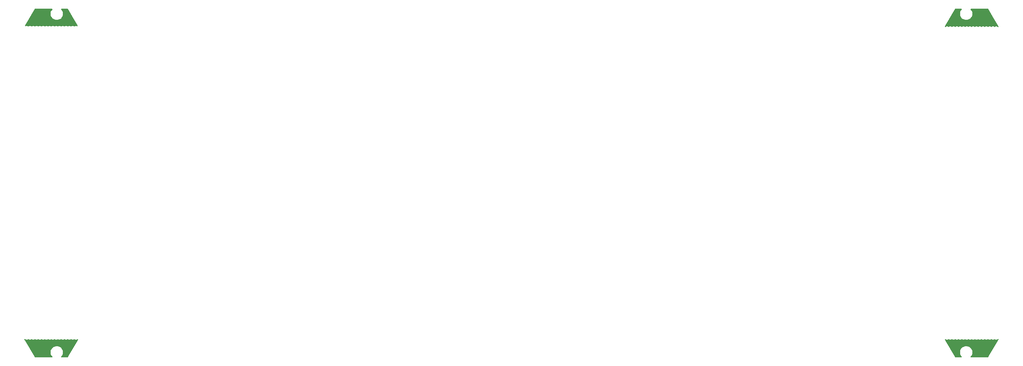
<source format=gbr>
%TF.GenerationSoftware,KiCad,Pcbnew,7.0.1*%
%TF.CreationDate,2023-07-24T13:20:30-05:00*%
%TF.ProjectId,Asymptote_Campitrayhulliander_Plate,4173796d-7074-46f7-9465-5f43616d7069,rev?*%
%TF.SameCoordinates,Original*%
%TF.FileFunction,Copper,L2,Bot*%
%TF.FilePolarity,Positive*%
%FSLAX46Y46*%
G04 Gerber Fmt 4.6, Leading zero omitted, Abs format (unit mm)*
G04 Created by KiCad (PCBNEW 7.0.1) date 2023-07-24 13:20:30*
%MOMM*%
%LPD*%
G01*
G04 APERTURE LIST*
G04 APERTURE END LIST*
%TA.AperFunction,NonConductor*%
G36*
X30433097Y-141149934D02*
G01*
X30539820Y-141242409D01*
X30670737Y-141302198D01*
X30777396Y-141317533D01*
X30848994Y-141317533D01*
X30955652Y-141302198D01*
X30967257Y-141296898D01*
X31086568Y-141242410D01*
X31131992Y-141203049D01*
X31183961Y-141176257D01*
X31242429Y-141176257D01*
X31294397Y-141203049D01*
X31296505Y-141204876D01*
X31339820Y-141242409D01*
X31470737Y-141302198D01*
X31577396Y-141317533D01*
X31648994Y-141317533D01*
X31755652Y-141302198D01*
X31767257Y-141296898D01*
X31886568Y-141242410D01*
X31931992Y-141203049D01*
X31983961Y-141176257D01*
X32042429Y-141176257D01*
X32094397Y-141203049D01*
X32096505Y-141204876D01*
X32139820Y-141242409D01*
X32270737Y-141302198D01*
X32377396Y-141317533D01*
X32448994Y-141317533D01*
X32555652Y-141302198D01*
X32567257Y-141296898D01*
X32686568Y-141242410D01*
X32731992Y-141203049D01*
X32783961Y-141176257D01*
X32842429Y-141176257D01*
X32894397Y-141203049D01*
X32896505Y-141204876D01*
X32939820Y-141242409D01*
X33070737Y-141302198D01*
X33177396Y-141317533D01*
X33248994Y-141317533D01*
X33355652Y-141302198D01*
X33367257Y-141296898D01*
X33486568Y-141242410D01*
X33531992Y-141203049D01*
X33583961Y-141176257D01*
X33642429Y-141176257D01*
X33694397Y-141203049D01*
X33696505Y-141204876D01*
X33739820Y-141242409D01*
X33870737Y-141302198D01*
X33977396Y-141317533D01*
X34048994Y-141317533D01*
X34155652Y-141302198D01*
X34167257Y-141296898D01*
X34286568Y-141242410D01*
X34331992Y-141203049D01*
X34383961Y-141176257D01*
X34442429Y-141176257D01*
X34494397Y-141203049D01*
X34496505Y-141204876D01*
X34539820Y-141242409D01*
X34670737Y-141302198D01*
X34777396Y-141317533D01*
X34848994Y-141317533D01*
X34955652Y-141302198D01*
X34967257Y-141296898D01*
X35086568Y-141242410D01*
X35131992Y-141203049D01*
X35183961Y-141176257D01*
X35242429Y-141176257D01*
X35294397Y-141203049D01*
X35296505Y-141204876D01*
X35339820Y-141242409D01*
X35470737Y-141302198D01*
X35577396Y-141317533D01*
X35648994Y-141317533D01*
X35755652Y-141302198D01*
X35767257Y-141296898D01*
X35886568Y-141242410D01*
X35931992Y-141203049D01*
X35983961Y-141176257D01*
X36042429Y-141176257D01*
X36094397Y-141203049D01*
X36096505Y-141204876D01*
X36139820Y-141242409D01*
X36270737Y-141302198D01*
X36377396Y-141317533D01*
X36448994Y-141317533D01*
X36555652Y-141302198D01*
X36567257Y-141296898D01*
X36686568Y-141242410D01*
X36731992Y-141203049D01*
X36783961Y-141176257D01*
X36842429Y-141176257D01*
X36894397Y-141203049D01*
X36896505Y-141204876D01*
X36939820Y-141242409D01*
X37070737Y-141302198D01*
X37177396Y-141317533D01*
X37248994Y-141317533D01*
X37355652Y-141302198D01*
X37367257Y-141296898D01*
X37486568Y-141242410D01*
X37531992Y-141203049D01*
X37583961Y-141176257D01*
X37642429Y-141176257D01*
X37694397Y-141203049D01*
X37696505Y-141204876D01*
X37739820Y-141242409D01*
X37870737Y-141302198D01*
X37977396Y-141317533D01*
X38048994Y-141317533D01*
X38155652Y-141302198D01*
X38167257Y-141296898D01*
X38286568Y-141242410D01*
X38331992Y-141203049D01*
X38383961Y-141176257D01*
X38442429Y-141176257D01*
X38494397Y-141203049D01*
X38496505Y-141204876D01*
X38539820Y-141242409D01*
X38670737Y-141302198D01*
X38777396Y-141317533D01*
X38848994Y-141317533D01*
X38955652Y-141302198D01*
X38967257Y-141296898D01*
X39086568Y-141242410D01*
X39131992Y-141203049D01*
X39183961Y-141176257D01*
X39242429Y-141176257D01*
X39294397Y-141203049D01*
X39296505Y-141204876D01*
X39339820Y-141242409D01*
X39470737Y-141302198D01*
X39577396Y-141317533D01*
X39648994Y-141317533D01*
X39755652Y-141302198D01*
X39767257Y-141296898D01*
X39886568Y-141242410D01*
X39931992Y-141203049D01*
X39983961Y-141176257D01*
X40042429Y-141176257D01*
X40094397Y-141203049D01*
X40096505Y-141204876D01*
X40139820Y-141242409D01*
X40270737Y-141302198D01*
X40377396Y-141317533D01*
X40448994Y-141317533D01*
X40555652Y-141302198D01*
X40567257Y-141296898D01*
X40686568Y-141242410D01*
X40731992Y-141203049D01*
X40783961Y-141176257D01*
X40842429Y-141176257D01*
X40894397Y-141203049D01*
X40896505Y-141204876D01*
X40939820Y-141242409D01*
X41070737Y-141302198D01*
X41177396Y-141317533D01*
X41248994Y-141317533D01*
X41355652Y-141302198D01*
X41367257Y-141296898D01*
X41486568Y-141242410D01*
X41531992Y-141203049D01*
X41583961Y-141176257D01*
X41642429Y-141176257D01*
X41694397Y-141203049D01*
X41696505Y-141204876D01*
X41739820Y-141242409D01*
X41870737Y-141302198D01*
X41977396Y-141317533D01*
X42048994Y-141317533D01*
X42155652Y-141302198D01*
X42167257Y-141296898D01*
X42286568Y-141242410D01*
X42331992Y-141203049D01*
X42383961Y-141176257D01*
X42442429Y-141176257D01*
X42494397Y-141203049D01*
X42496505Y-141204876D01*
X42539820Y-141242409D01*
X42670737Y-141302198D01*
X42777396Y-141317533D01*
X42848994Y-141317533D01*
X42955652Y-141302198D01*
X42967257Y-141296898D01*
X43086568Y-141242410D01*
X43130872Y-141204021D01*
X43153409Y-141184493D01*
X43207053Y-141157307D01*
X43267179Y-141158559D01*
X43319645Y-141187955D01*
X43352109Y-141238580D01*
X43356935Y-141298526D01*
X43332987Y-141353692D01*
X43216924Y-141504950D01*
X43153422Y-141614936D01*
X43153412Y-141614955D01*
X43151366Y-141618499D01*
X41073619Y-145217264D01*
X40877905Y-145556250D01*
X40832518Y-145601637D01*
X40770518Y-145618250D01*
X39339644Y-145618250D01*
X39273982Y-145599438D01*
X39228244Y-145548710D01*
X39216306Y-145481458D01*
X39241791Y-145418088D01*
X39398098Y-145217264D01*
X39398097Y-145217264D01*
X39398102Y-145217259D01*
X39516456Y-144998560D01*
X39597199Y-144763364D01*
X39638128Y-144518085D01*
X39638128Y-144269415D01*
X39597199Y-144024136D01*
X39516456Y-143788940D01*
X39398102Y-143570241D01*
X39398099Y-143570237D01*
X39398098Y-143570235D01*
X39245368Y-143374009D01*
X39245366Y-143374006D01*
X39062413Y-143205586D01*
X38854235Y-143069577D01*
X38854232Y-143069575D01*
X38729151Y-143014710D01*
X38626509Y-142969687D01*
X38385449Y-142908642D01*
X38385447Y-142908641D01*
X38385444Y-142908641D01*
X38199701Y-142893250D01*
X38199695Y-142893250D01*
X38075561Y-142893250D01*
X38075555Y-142893250D01*
X37889811Y-142908641D01*
X37889807Y-142908641D01*
X37889807Y-142908642D01*
X37648747Y-142969687D01*
X37648744Y-142969688D01*
X37648745Y-142969688D01*
X37421023Y-143069575D01*
X37282235Y-143160249D01*
X37212843Y-143205586D01*
X37212841Y-143205587D01*
X37212842Y-143205587D01*
X37029887Y-143374009D01*
X36877157Y-143570235D01*
X36758798Y-143788944D01*
X36678057Y-144024134D01*
X36678057Y-144024136D01*
X36637128Y-144269415D01*
X36637128Y-144518085D01*
X36678057Y-144763364D01*
X36758800Y-144998560D01*
X36877154Y-145217259D01*
X36877157Y-145217264D01*
X37033465Y-145418088D01*
X37058950Y-145481458D01*
X37047012Y-145548710D01*
X37001274Y-145599438D01*
X36935612Y-145618250D01*
X32842481Y-145618250D01*
X32780481Y-145601637D01*
X32735094Y-145556250D01*
X32652674Y-145413494D01*
X30488418Y-141664890D01*
X30488392Y-141664810D01*
X30461605Y-141618414D01*
X30396090Y-141504937D01*
X30253518Y-141319131D01*
X30229571Y-141263967D01*
X30234397Y-141204021D01*
X30266861Y-141153397D01*
X30319326Y-141124001D01*
X30379453Y-141122748D01*
X30433097Y-141149934D01*
G37*
%TD.AperFunction*%
%TA.AperFunction,NonConductor*%
G36*
X37001018Y-60488062D02*
G01*
X37046756Y-60538790D01*
X37058694Y-60606042D01*
X37033209Y-60669412D01*
X36876901Y-60870235D01*
X36758542Y-61088944D01*
X36677801Y-61324134D01*
X36677801Y-61324136D01*
X36636872Y-61569415D01*
X36636872Y-61818085D01*
X36677801Y-62063364D01*
X36758544Y-62298560D01*
X36876898Y-62517259D01*
X36876901Y-62517264D01*
X37012408Y-62691362D01*
X37029634Y-62713494D01*
X37212587Y-62881914D01*
X37420765Y-63017923D01*
X37648491Y-63117813D01*
X37889551Y-63178858D01*
X37963852Y-63185014D01*
X38075299Y-63194250D01*
X38075305Y-63194250D01*
X38199439Y-63194250D01*
X38199445Y-63194250D01*
X38300759Y-63185854D01*
X38385193Y-63178858D01*
X38626253Y-63117813D01*
X38853979Y-63017923D01*
X39062157Y-62881914D01*
X39245110Y-62713494D01*
X39397846Y-62517259D01*
X39516200Y-62298560D01*
X39596943Y-62063364D01*
X39637872Y-61818085D01*
X39637872Y-61569415D01*
X39596943Y-61324136D01*
X39516200Y-61088940D01*
X39397846Y-60870241D01*
X39397843Y-60870237D01*
X39397842Y-60870235D01*
X39241535Y-60669412D01*
X39216050Y-60606042D01*
X39227988Y-60538790D01*
X39273726Y-60488062D01*
X39339388Y-60469250D01*
X40770518Y-60469250D01*
X40832518Y-60485863D01*
X40877904Y-60531249D01*
X42235060Y-62881912D01*
X43125980Y-64425032D01*
X43126008Y-64425115D01*
X43197157Y-64548350D01*
X43213747Y-64607989D01*
X43199438Y-64668216D01*
X43157798Y-64714022D01*
X43099203Y-64733990D01*
X43038257Y-64723143D01*
X42955396Y-64685301D01*
X42848738Y-64669967D01*
X42777140Y-64669967D01*
X42670481Y-64685301D01*
X42539564Y-64745090D01*
X42494141Y-64784450D01*
X42442173Y-64811242D01*
X42383705Y-64811242D01*
X42331737Y-64784450D01*
X42286313Y-64745090D01*
X42155396Y-64685301D01*
X42048738Y-64669967D01*
X41977140Y-64669967D01*
X41870481Y-64685301D01*
X41739564Y-64745090D01*
X41694141Y-64784450D01*
X41642173Y-64811242D01*
X41583705Y-64811242D01*
X41531737Y-64784450D01*
X41486313Y-64745090D01*
X41355396Y-64685301D01*
X41248738Y-64669967D01*
X41177140Y-64669967D01*
X41070481Y-64685301D01*
X40939564Y-64745090D01*
X40894141Y-64784450D01*
X40842173Y-64811242D01*
X40783705Y-64811242D01*
X40731737Y-64784450D01*
X40686313Y-64745090D01*
X40555396Y-64685301D01*
X40448738Y-64669967D01*
X40377140Y-64669967D01*
X40270481Y-64685301D01*
X40139564Y-64745090D01*
X40094141Y-64784450D01*
X40042173Y-64811242D01*
X39983705Y-64811242D01*
X39931737Y-64784450D01*
X39886313Y-64745090D01*
X39755396Y-64685301D01*
X39648738Y-64669967D01*
X39577140Y-64669967D01*
X39470481Y-64685301D01*
X39339564Y-64745090D01*
X39294141Y-64784450D01*
X39242173Y-64811242D01*
X39183705Y-64811242D01*
X39131737Y-64784450D01*
X39086313Y-64745090D01*
X38955396Y-64685301D01*
X38848738Y-64669967D01*
X38777140Y-64669967D01*
X38670481Y-64685301D01*
X38539564Y-64745090D01*
X38494141Y-64784450D01*
X38442173Y-64811242D01*
X38383705Y-64811242D01*
X38331737Y-64784450D01*
X38286313Y-64745090D01*
X38155396Y-64685301D01*
X38048738Y-64669967D01*
X37977140Y-64669967D01*
X37870481Y-64685301D01*
X37739564Y-64745090D01*
X37694141Y-64784450D01*
X37642173Y-64811242D01*
X37583705Y-64811242D01*
X37531737Y-64784450D01*
X37486313Y-64745090D01*
X37355396Y-64685301D01*
X37248738Y-64669967D01*
X37177140Y-64669967D01*
X37070481Y-64685301D01*
X36939564Y-64745090D01*
X36894141Y-64784450D01*
X36842173Y-64811242D01*
X36783705Y-64811242D01*
X36731737Y-64784450D01*
X36686313Y-64745090D01*
X36555396Y-64685301D01*
X36448738Y-64669967D01*
X36377140Y-64669967D01*
X36270481Y-64685301D01*
X36139564Y-64745090D01*
X36094141Y-64784450D01*
X36042173Y-64811242D01*
X35983705Y-64811242D01*
X35931737Y-64784450D01*
X35886313Y-64745090D01*
X35755396Y-64685301D01*
X35648738Y-64669967D01*
X35577140Y-64669967D01*
X35470481Y-64685301D01*
X35339564Y-64745090D01*
X35294141Y-64784450D01*
X35242173Y-64811242D01*
X35183705Y-64811242D01*
X35131737Y-64784450D01*
X35086313Y-64745090D01*
X34955396Y-64685301D01*
X34848738Y-64669967D01*
X34777140Y-64669967D01*
X34670481Y-64685301D01*
X34539564Y-64745090D01*
X34494141Y-64784450D01*
X34442173Y-64811242D01*
X34383705Y-64811242D01*
X34331737Y-64784450D01*
X34286313Y-64745090D01*
X34155396Y-64685301D01*
X34048738Y-64669967D01*
X33977140Y-64669967D01*
X33870481Y-64685301D01*
X33739564Y-64745090D01*
X33694141Y-64784450D01*
X33642173Y-64811242D01*
X33583705Y-64811242D01*
X33531737Y-64784450D01*
X33486313Y-64745090D01*
X33355396Y-64685301D01*
X33248738Y-64669967D01*
X33177140Y-64669967D01*
X33070481Y-64685301D01*
X32939564Y-64745090D01*
X32894141Y-64784450D01*
X32842173Y-64811242D01*
X32783705Y-64811242D01*
X32731737Y-64784450D01*
X32686313Y-64745090D01*
X32555396Y-64685301D01*
X32448738Y-64669967D01*
X32377140Y-64669967D01*
X32270481Y-64685301D01*
X32139564Y-64745090D01*
X32094141Y-64784450D01*
X32042173Y-64811242D01*
X31983705Y-64811242D01*
X31931737Y-64784450D01*
X31886313Y-64745090D01*
X31755396Y-64685301D01*
X31648738Y-64669967D01*
X31577140Y-64669967D01*
X31470481Y-64685301D01*
X31339564Y-64745090D01*
X31294141Y-64784450D01*
X31242173Y-64811242D01*
X31183705Y-64811242D01*
X31131737Y-64784450D01*
X31086313Y-64745090D01*
X30955396Y-64685301D01*
X30848738Y-64669967D01*
X30777140Y-64669967D01*
X30670482Y-64685301D01*
X30570099Y-64731145D01*
X30509153Y-64741991D01*
X30450558Y-64722022D01*
X30408918Y-64676217D01*
X30394610Y-64615989D01*
X30411200Y-64556353D01*
X30461582Y-64469088D01*
X30461585Y-64469086D01*
X32735094Y-60531249D01*
X32780481Y-60485863D01*
X32842481Y-60469250D01*
X36935356Y-60469250D01*
X37001018Y-60488062D01*
G37*
%TD.AperFunction*%
%TA.AperFunction,NonConductor*%
G36*
X267842736Y-141124599D02*
G01*
X267895202Y-141153995D01*
X267927666Y-141204620D01*
X267932492Y-141264565D01*
X267908545Y-141319731D01*
X267766423Y-141504951D01*
X267702922Y-141614936D01*
X267702912Y-141614955D01*
X267700866Y-141618499D01*
X265623119Y-145217264D01*
X265427405Y-145556250D01*
X265382018Y-145601637D01*
X265320018Y-145618250D01*
X261227144Y-145618250D01*
X261161482Y-145599438D01*
X261115744Y-145548710D01*
X261103806Y-145481458D01*
X261129291Y-145418088D01*
X261285598Y-145217264D01*
X261285597Y-145217264D01*
X261285602Y-145217259D01*
X261403956Y-144998560D01*
X261484699Y-144763364D01*
X261525628Y-144518085D01*
X261525628Y-144269415D01*
X261484699Y-144024136D01*
X261403956Y-143788940D01*
X261285602Y-143570241D01*
X261285599Y-143570237D01*
X261285598Y-143570235D01*
X261132868Y-143374009D01*
X261132866Y-143374006D01*
X260949913Y-143205586D01*
X260741735Y-143069577D01*
X260741732Y-143069575D01*
X260616651Y-143014710D01*
X260514009Y-142969687D01*
X260272949Y-142908642D01*
X260272947Y-142908641D01*
X260272944Y-142908641D01*
X260087201Y-142893250D01*
X260087195Y-142893250D01*
X259963061Y-142893250D01*
X259963055Y-142893250D01*
X259777311Y-142908641D01*
X259777307Y-142908641D01*
X259777307Y-142908642D01*
X259536247Y-142969687D01*
X259536244Y-142969688D01*
X259536245Y-142969688D01*
X259308523Y-143069575D01*
X259169735Y-143160249D01*
X259100343Y-143205586D01*
X259100341Y-143205587D01*
X259100342Y-143205587D01*
X258917387Y-143374009D01*
X258764657Y-143570235D01*
X258646298Y-143788944D01*
X258565557Y-144024134D01*
X258565557Y-144024136D01*
X258524628Y-144269415D01*
X258524628Y-144518085D01*
X258565557Y-144763364D01*
X258646300Y-144998560D01*
X258764654Y-145217259D01*
X258764657Y-145217264D01*
X258920965Y-145418088D01*
X258946450Y-145481458D01*
X258934512Y-145548710D01*
X258888774Y-145599438D01*
X258823112Y-145618250D01*
X257391981Y-145618250D01*
X257329981Y-145601637D01*
X257284594Y-145556250D01*
X257202174Y-145413494D01*
X255037918Y-141664890D01*
X255037892Y-141664810D01*
X255011105Y-141618414D01*
X254945590Y-141504937D01*
X254829076Y-141353091D01*
X254805129Y-141297927D01*
X254809955Y-141237982D01*
X254842418Y-141187357D01*
X254894884Y-141157961D01*
X254955011Y-141156708D01*
X255008655Y-141183893D01*
X255076188Y-141242410D01*
X255207103Y-141302198D01*
X255313762Y-141317533D01*
X255385360Y-141317533D01*
X255492018Y-141302198D01*
X255503623Y-141296898D01*
X255622934Y-141242410D01*
X255668358Y-141203049D01*
X255720327Y-141176257D01*
X255778795Y-141176257D01*
X255830764Y-141203050D01*
X255876186Y-141242409D01*
X256007103Y-141302198D01*
X256113762Y-141317533D01*
X256185360Y-141317533D01*
X256292018Y-141302198D01*
X256303623Y-141296898D01*
X256422934Y-141242410D01*
X256468358Y-141203049D01*
X256520327Y-141176257D01*
X256578795Y-141176257D01*
X256630764Y-141203050D01*
X256676186Y-141242409D01*
X256807103Y-141302198D01*
X256913762Y-141317533D01*
X256985360Y-141317533D01*
X257092018Y-141302198D01*
X257103623Y-141296898D01*
X257222934Y-141242410D01*
X257268358Y-141203049D01*
X257320327Y-141176257D01*
X257378795Y-141176257D01*
X257430764Y-141203050D01*
X257476186Y-141242409D01*
X257607103Y-141302198D01*
X257713762Y-141317533D01*
X257785360Y-141317533D01*
X257892018Y-141302198D01*
X257903623Y-141296898D01*
X258022934Y-141242410D01*
X258068358Y-141203049D01*
X258120327Y-141176257D01*
X258178795Y-141176257D01*
X258230764Y-141203050D01*
X258276186Y-141242409D01*
X258407103Y-141302198D01*
X258513762Y-141317533D01*
X258585360Y-141317533D01*
X258692018Y-141302198D01*
X258703623Y-141296898D01*
X258822934Y-141242410D01*
X258868358Y-141203049D01*
X258920327Y-141176257D01*
X258978795Y-141176257D01*
X259030764Y-141203050D01*
X259076186Y-141242409D01*
X259207103Y-141302198D01*
X259313762Y-141317533D01*
X259385360Y-141317533D01*
X259492018Y-141302198D01*
X259503623Y-141296898D01*
X259622934Y-141242410D01*
X259668358Y-141203049D01*
X259720327Y-141176257D01*
X259778795Y-141176257D01*
X259830764Y-141203050D01*
X259876186Y-141242409D01*
X260007103Y-141302198D01*
X260113762Y-141317533D01*
X260185360Y-141317533D01*
X260292018Y-141302198D01*
X260303623Y-141296898D01*
X260422934Y-141242410D01*
X260468358Y-141203049D01*
X260520327Y-141176257D01*
X260578795Y-141176257D01*
X260630764Y-141203050D01*
X260676186Y-141242409D01*
X260807103Y-141302198D01*
X260913762Y-141317533D01*
X260985360Y-141317533D01*
X261092018Y-141302198D01*
X261103623Y-141296898D01*
X261222934Y-141242410D01*
X261268358Y-141203049D01*
X261320327Y-141176257D01*
X261378795Y-141176257D01*
X261430764Y-141203050D01*
X261476186Y-141242409D01*
X261607103Y-141302198D01*
X261713762Y-141317533D01*
X261785360Y-141317533D01*
X261892018Y-141302198D01*
X261903623Y-141296898D01*
X262022934Y-141242410D01*
X262068358Y-141203049D01*
X262120327Y-141176257D01*
X262178795Y-141176257D01*
X262230764Y-141203050D01*
X262276186Y-141242409D01*
X262407103Y-141302198D01*
X262513762Y-141317533D01*
X262585360Y-141317533D01*
X262692018Y-141302198D01*
X262703623Y-141296898D01*
X262822934Y-141242410D01*
X262868358Y-141203049D01*
X262920327Y-141176257D01*
X262978795Y-141176257D01*
X263030764Y-141203050D01*
X263076186Y-141242409D01*
X263207103Y-141302198D01*
X263313762Y-141317533D01*
X263385360Y-141317533D01*
X263492018Y-141302198D01*
X263503623Y-141296898D01*
X263622934Y-141242410D01*
X263668358Y-141203049D01*
X263720327Y-141176257D01*
X263778795Y-141176257D01*
X263830764Y-141203050D01*
X263876186Y-141242409D01*
X264007103Y-141302198D01*
X264113762Y-141317533D01*
X264185360Y-141317533D01*
X264292018Y-141302198D01*
X264303623Y-141296898D01*
X264422934Y-141242410D01*
X264468358Y-141203049D01*
X264520327Y-141176257D01*
X264578795Y-141176257D01*
X264630764Y-141203050D01*
X264676186Y-141242409D01*
X264807103Y-141302198D01*
X264913762Y-141317533D01*
X264985360Y-141317533D01*
X265092018Y-141302198D01*
X265103623Y-141296898D01*
X265222934Y-141242410D01*
X265268358Y-141203049D01*
X265320327Y-141176257D01*
X265378795Y-141176257D01*
X265430764Y-141203050D01*
X265476186Y-141242409D01*
X265607103Y-141302198D01*
X265713762Y-141317533D01*
X265785360Y-141317533D01*
X265892018Y-141302198D01*
X265903623Y-141296898D01*
X266022934Y-141242410D01*
X266068358Y-141203049D01*
X266120327Y-141176257D01*
X266178795Y-141176257D01*
X266230764Y-141203050D01*
X266276186Y-141242409D01*
X266407103Y-141302198D01*
X266513762Y-141317533D01*
X266585360Y-141317533D01*
X266692018Y-141302198D01*
X266703623Y-141296898D01*
X266822934Y-141242410D01*
X266868358Y-141203049D01*
X266920327Y-141176257D01*
X266978795Y-141176257D01*
X267030764Y-141203050D01*
X267076186Y-141242409D01*
X267207103Y-141302198D01*
X267313762Y-141317533D01*
X267385360Y-141317533D01*
X267492018Y-141302198D01*
X267503623Y-141296898D01*
X267622934Y-141242410D01*
X267728968Y-141150531D01*
X267782609Y-141123347D01*
X267842736Y-141124599D01*
G37*
%TD.AperFunction*%
%TA.AperFunction,NonConductor*%
G36*
X258888518Y-60488062D02*
G01*
X258934256Y-60538790D01*
X258946194Y-60606042D01*
X258920709Y-60669412D01*
X258764401Y-60870235D01*
X258646042Y-61088944D01*
X258565301Y-61324134D01*
X258565301Y-61324136D01*
X258524372Y-61569415D01*
X258524372Y-61818085D01*
X258565301Y-62063364D01*
X258646044Y-62298560D01*
X258764398Y-62517259D01*
X258764401Y-62517264D01*
X258899908Y-62691362D01*
X258917134Y-62713494D01*
X259100087Y-62881914D01*
X259308265Y-63017923D01*
X259535991Y-63117813D01*
X259777051Y-63178858D01*
X259851352Y-63185014D01*
X259962799Y-63194250D01*
X259962805Y-63194250D01*
X260086939Y-63194250D01*
X260086945Y-63194250D01*
X260188259Y-63185854D01*
X260272693Y-63178858D01*
X260513753Y-63117813D01*
X260741479Y-63017923D01*
X260949657Y-62881914D01*
X261132610Y-62713494D01*
X261285346Y-62517259D01*
X261403700Y-62298560D01*
X261484443Y-62063364D01*
X261525372Y-61818085D01*
X261525372Y-61569415D01*
X261484443Y-61324136D01*
X261403700Y-61088940D01*
X261285346Y-60870241D01*
X261285343Y-60870237D01*
X261285342Y-60870235D01*
X261129035Y-60669412D01*
X261103550Y-60606042D01*
X261115488Y-60538790D01*
X261161226Y-60488062D01*
X261226888Y-60469250D01*
X265320018Y-60469250D01*
X265382018Y-60485863D01*
X265427404Y-60531249D01*
X266784560Y-62881912D01*
X267675480Y-64425032D01*
X267675510Y-64425119D01*
X267766407Y-64582559D01*
X267908980Y-64768366D01*
X267932928Y-64823532D01*
X267928102Y-64883478D01*
X267895638Y-64934102D01*
X267843173Y-64963498D01*
X267783046Y-64964751D01*
X267729402Y-64937565D01*
X267622679Y-64845090D01*
X267491762Y-64785301D01*
X267385104Y-64769967D01*
X267313506Y-64769967D01*
X267206847Y-64785301D01*
X267075930Y-64845090D01*
X267030507Y-64884450D01*
X266978539Y-64911242D01*
X266920071Y-64911242D01*
X266868103Y-64884450D01*
X266822679Y-64845090D01*
X266691762Y-64785301D01*
X266585104Y-64769967D01*
X266513506Y-64769967D01*
X266406847Y-64785301D01*
X266275930Y-64845090D01*
X266230507Y-64884450D01*
X266178539Y-64911242D01*
X266120071Y-64911242D01*
X266068103Y-64884450D01*
X266022679Y-64845090D01*
X265891762Y-64785301D01*
X265785104Y-64769967D01*
X265713506Y-64769967D01*
X265606847Y-64785301D01*
X265475930Y-64845090D01*
X265430507Y-64884450D01*
X265378539Y-64911242D01*
X265320071Y-64911242D01*
X265268103Y-64884450D01*
X265222679Y-64845090D01*
X265091762Y-64785301D01*
X264985104Y-64769967D01*
X264913506Y-64769967D01*
X264806847Y-64785301D01*
X264675930Y-64845090D01*
X264630507Y-64884450D01*
X264578539Y-64911242D01*
X264520071Y-64911242D01*
X264468103Y-64884450D01*
X264422679Y-64845090D01*
X264291762Y-64785301D01*
X264185104Y-64769967D01*
X264113506Y-64769967D01*
X264006847Y-64785301D01*
X263875930Y-64845090D01*
X263830507Y-64884450D01*
X263778539Y-64911242D01*
X263720071Y-64911242D01*
X263668103Y-64884450D01*
X263622679Y-64845090D01*
X263491762Y-64785301D01*
X263385104Y-64769967D01*
X263313506Y-64769967D01*
X263206847Y-64785301D01*
X263075930Y-64845090D01*
X263030507Y-64884450D01*
X262978539Y-64911242D01*
X262920071Y-64911242D01*
X262868103Y-64884450D01*
X262822679Y-64845090D01*
X262691762Y-64785301D01*
X262585104Y-64769967D01*
X262513506Y-64769967D01*
X262406847Y-64785301D01*
X262275930Y-64845090D01*
X262230507Y-64884450D01*
X262178539Y-64911242D01*
X262120071Y-64911242D01*
X262068103Y-64884450D01*
X262022679Y-64845090D01*
X261891762Y-64785301D01*
X261785104Y-64769967D01*
X261713506Y-64769967D01*
X261606847Y-64785301D01*
X261475930Y-64845090D01*
X261430507Y-64884450D01*
X261378539Y-64911242D01*
X261320071Y-64911242D01*
X261268103Y-64884450D01*
X261222679Y-64845090D01*
X261091762Y-64785301D01*
X260985104Y-64769967D01*
X260913506Y-64769967D01*
X260806847Y-64785301D01*
X260675930Y-64845090D01*
X260630507Y-64884450D01*
X260578539Y-64911242D01*
X260520071Y-64911242D01*
X260468103Y-64884450D01*
X260422679Y-64845090D01*
X260291762Y-64785301D01*
X260185104Y-64769967D01*
X260113506Y-64769967D01*
X260006847Y-64785301D01*
X259875930Y-64845090D01*
X259830507Y-64884450D01*
X259778539Y-64911242D01*
X259720071Y-64911242D01*
X259668103Y-64884450D01*
X259622679Y-64845090D01*
X259491762Y-64785301D01*
X259385104Y-64769967D01*
X259313506Y-64769967D01*
X259206847Y-64785301D01*
X259075930Y-64845090D01*
X259030507Y-64884450D01*
X258978539Y-64911242D01*
X258920071Y-64911242D01*
X258868103Y-64884450D01*
X258822679Y-64845090D01*
X258691762Y-64785301D01*
X258585104Y-64769967D01*
X258513506Y-64769967D01*
X258406847Y-64785301D01*
X258275930Y-64845090D01*
X258230507Y-64884450D01*
X258178539Y-64911242D01*
X258120071Y-64911242D01*
X258068103Y-64884450D01*
X258022679Y-64845090D01*
X257891762Y-64785301D01*
X257785104Y-64769967D01*
X257713506Y-64769967D01*
X257606847Y-64785301D01*
X257475930Y-64845090D01*
X257430507Y-64884450D01*
X257378539Y-64911242D01*
X257320071Y-64911242D01*
X257268103Y-64884450D01*
X257222679Y-64845090D01*
X257091762Y-64785301D01*
X256985104Y-64769967D01*
X256913506Y-64769967D01*
X256806847Y-64785301D01*
X256675930Y-64845090D01*
X256630507Y-64884450D01*
X256578539Y-64911242D01*
X256520071Y-64911242D01*
X256468103Y-64884450D01*
X256422679Y-64845090D01*
X256291762Y-64785301D01*
X256185104Y-64769967D01*
X256113506Y-64769967D01*
X256006847Y-64785301D01*
X255875930Y-64845090D01*
X255830507Y-64884450D01*
X255778539Y-64911242D01*
X255720071Y-64911242D01*
X255668103Y-64884450D01*
X255622679Y-64845090D01*
X255491762Y-64785301D01*
X255385104Y-64769967D01*
X255313506Y-64769967D01*
X255206847Y-64785301D01*
X255075932Y-64845089D01*
X255009091Y-64903007D01*
X254955446Y-64930192D01*
X254895320Y-64928939D01*
X254842854Y-64899543D01*
X254810391Y-64848918D01*
X254805565Y-64788972D01*
X254829511Y-64733809D01*
X254945574Y-64582553D01*
X255011082Y-64469088D01*
X255011085Y-64469086D01*
X257284594Y-60531249D01*
X257329981Y-60485863D01*
X257391981Y-60469250D01*
X258822856Y-60469250D01*
X258888518Y-60488062D01*
G37*
%TD.AperFunction*%
M02*

</source>
